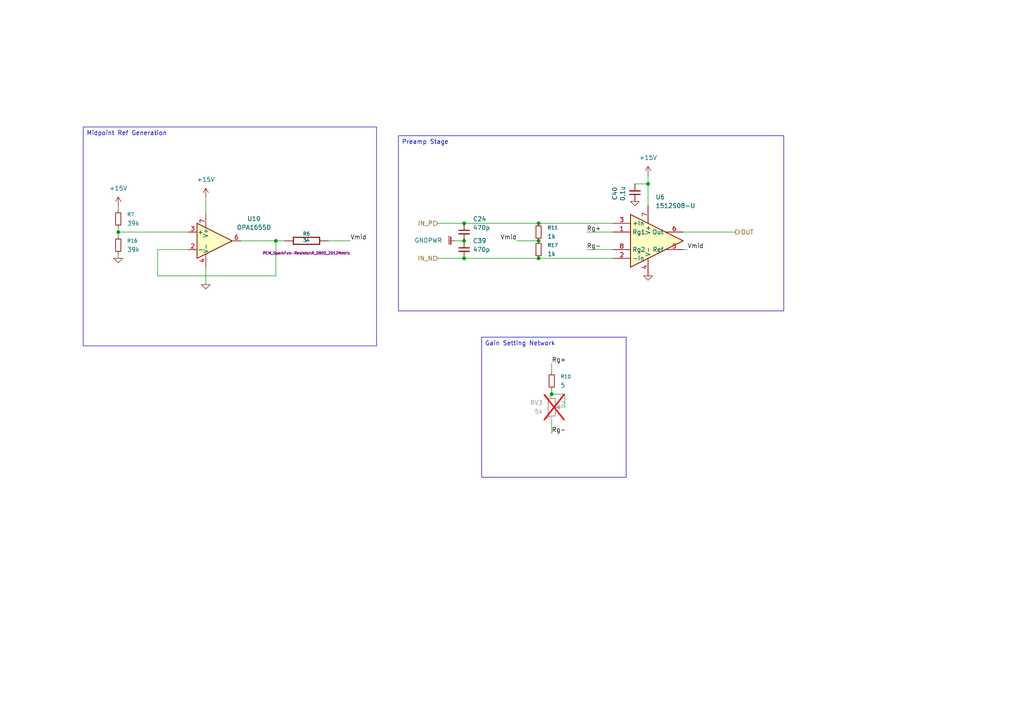
<source format=kicad_sch>
(kicad_sch (version 20250114) (generator "eeschema") (generator_version "9.0")
  (paper "A4")
  (lib_symbols
    (symbol "Amplifier_Audio:THAT151xx08"
      (property "Reference" "U" (at 0 0 0))
      (property "Value" "THAT151xx08" (at 0 0 0))
      (symbol "THAT151xx08_0_1"
        (polyline (pts (xy -5.08 7.62) (xy -5.08 -7.62) (xy 10.16 0) (xy -5.08 7.62)) (stroke (width 0.254)) (fill (type background)))
      )
      (symbol "THAT151xx08_1_1"
        (pin input line (at -10.16 5.08 0) (length 5.08) (name "+In") (number "3"))
        (pin passive line (at -10.16 2.54 0) (length 5.08) (name "Rg1") (number "1"))
        (pin passive line (at -10.16 -2.54 0) (length 5.08) (name "Rg2") (number "8"))
        (pin input line (at -10.16 -5.08 0) (length 5.08) (name "-In") (number "2"))
        (pin power_in line (at 0 10.16 270) (length 5.08) (name "V+") (number "7"))
        (pin power_in line (at 0 -10.16 90) (length 5.08) (name "V-") (number "4"))
        (pin output line (at 10.16 2.54 180) (length 5.08) (name "Out") (number "6"))
        (pin output line (at 10.16 -2.54 180) (length 5.08) (name "Ref") (number "5"))
      )
    )
    (symbol "Amplifier_Operational:OPA1655D" (pin_names (offset 0.127))
      (property "Reference" "U" (at 0 6.35 0))
      (property "Value" "OPA1655D" (at 0 3.81 0))
      (symbol "OPA1655D_0_1"
        (polyline (pts (xy -5.08 5.08) (xy 5.08 0) (xy -5.08 -5.08) (xy -5.08 5.08)) (stroke (width 0.254)) (fill (type background)))
      )
      (symbol "OPA1655D_1_1"
        (pin input line (at -7.62 2.54 0) (length 2.54) (name "+") (number "3"))
        (pin input line (at -7.62 -2.54 0) (length 2.54) (name "-") (number "2"))
        (pin power_in line (at -2.54 7.62 270) (length 3.81) (name "V+") (number "7"))
        (pin no_connect line (at -2.54 2.54 270) (length 2.54) (hide yes) (name "NC") (number "1"))
        (pin power_in line (at -2.54 -7.62 90) (length 3.81) (name "V-") (number "4"))
        (pin no_connect line (at 0 2.54 270) (length 2.54) (hide yes) (name "NC") (number "5"))
        (pin no_connect line (at 0 -2.54 90) (length 2.54) (hide yes) (name "NC") (number "8"))
        (pin output line (at 7.62 0 180) (length 2.54) (name "~") (number "6"))
      )
    )
    (symbol "Device:R_Potentiometer" (pin_names (offset 1.016) (hide yes))
      (property "Reference" "RV" (at -4.445 0 90))
      (property "Value" "R_Potentiometer" (at -2.54 0 90))
      (symbol "R_Potentiometer_0_1"
        (rectangle (start 1.016 2.54) (end -1.016 -2.54) (stroke (width 0.254)))
        (polyline (pts (xy 1.143 0) (xy 2.286 0.508) (xy 2.286 -0.508) (xy 1.143 0)) (fill (type outline)))
        (polyline (pts (xy 2.54 0) (xy 1.524 0)))
      )
      (symbol "R_Potentiometer_1_1"
        (pin passive line (at 0 3.81 270) (length 1.27) (name "1") (number "1"))
        (pin passive line (at 0 -3.81 90) (length 1.27) (name "3") (number "3"))
        (pin passive line (at 3.81 0 180) (length 1.27) (name "2") (number "2"))
      )
    )
    (symbol "Device:R_Small" (pin_numbers (hide yes)) (pin_names (offset 0.254) (hide yes))
      (property "Reference" "R" (at 0 0 90))
      (property "Value" "R_Small" (at 1.778 0 90))
      (symbol "R_Small_0_1"
        (rectangle (start -0.762 1.778) (end 0.762 -1.778) (stroke (width 0.2032)))
      )
      (symbol "R_Small_1_1"
        (pin passive line (at 0 2.54 270) (length 0.762) (name "~") (number "1"))
        (pin passive line (at 0 -2.54 90) (length 0.762) (name "~") (number "2"))
      )
    )
    (symbol "GND_13" (power) (pin_names (offset 0))
      (symbol "GND_13_0_1"
        (polyline (pts (xy -1.27 0) (xy 0 -1.27) (xy 1.27 0) (xy -1.27 0)))
      )
      (symbol "GND_13_1_1"
        (pin power_in line (at 0 0 90) (length 0) (hide yes) (name "GND") (number "1"))
      )
    )
    (symbol "PCM_SparkFun-Capacitor:0.1uF_0603_25V_20%" (pin_numbers (hide yes)) (pin_names (offset 0.254))
      (property "Reference" "C" (at 0.635 2.54 0))
      (property "Value" "0.1uF" (at 0.635 -2.54 0))
      (property "Voltage" "25V" (at 0 -6.35 0))
      (property "Tolerance" "20%" (at 0 -8.89 0))
      (symbol "0.1uF_0603_25V_20%_0_1"
        (polyline (pts (xy -1.524 0.508) (xy 1.524 0.508)) (stroke (width 0.3048)))
        (polyline (pts (xy -1.524 -0.508) (xy 1.524 -0.508)) (stroke (width 0.3302)))
      )
      (symbol "0.1uF_0603_25V_20%_1_1"
        (pin passive line (at 0 2.54 270) (length 2.032) (name "~") (number "1"))
        (pin passive line (at 0 -2.54 90) (length 2.032) (name "~") (number "2"))
      )
    )
    (symbol "PCM_SparkFun-Capacitor:470pF_0603_50V_10%" (pin_numbers (hide yes)) (pin_names (offset 0.254))
      (property "Reference" "C" (at 0.635 2.54 0))
      (property "Value" "470pF" (at 0.635 -2.54 0))
      (property "Voltage" "50V" (at 0 -6.35 0))
      (property "Tolerance" "5%" (at 0 -8.89 0))
      (symbol "470pF_0603_50V_10%_0_1"
        (polyline (pts (xy -1.524 0.508) (xy 1.524 0.508)) (stroke (width 0.3048)))
        (polyline (pts (xy -1.524 -0.508) (xy 1.524 -0.508)) (stroke (width 0.3302)))
      )
      (symbol "470pF_0603_50V_10%_1_1"
        (pin passive line (at 0 2.54 270) (length 2.032) (name "~") (number "1"))
        (pin passive line (at 0 -2.54 90) (length 2.032) (name "~") (number "2"))
      )
    )
    (symbol "R_7" (pin_numbers (hide yes)) (pin_names (offset 0))
      (property "Reference" "R" (at 2.032 0 90))
      (property "Value" "R" (at 0.1778 0.0254 90))
      (symbol "R_7_0_1"
        (rectangle (start -1.016 3.81) (end 1.016 -3.81) (stroke (width 0.3048)))
      )
      (symbol "R_7_1_1"
        (pin passive line (at 0 6.35 270) (length 2.54) (name "~") (number "1"))
        (pin passive line (at 0 -6.35 90) (length 2.54) (name "~") (number "2"))
      )
    )
    (symbol "power:+15V" (power) (pin_numbers (hide yes)) (pin_names (offset 0) (hide yes))
      (property "Value" "+15V" (at 0 3.556 0))
      (symbol "+15V_0_1"
        (polyline (pts (xy -0.762 1.27) (xy 0 2.54)))
        (polyline (pts (xy 0 2.54) (xy 0.762 1.27)))
        (polyline (pts (xy 0 0) (xy 0 2.54)))
      )
      (symbol "+15V_1_1"
        (pin power_in line (at 0 0 90) (length 0) (name "~") (number "1"))
      )
    )
    (symbol "power:GNDPWR" (power) (pin_numbers (hide yes)) (pin_names (offset 0) (hide yes))
      (property "Value" "GNDPWR" (at 0 -3.302 0))
      (symbol "GNDPWR_0_1"
        (polyline (pts (xy -1.016 -1.27) (xy -1.27 -2.032) (xy -1.27 -2.032)) (stroke (width 0.2032)))
        (polyline (pts (xy -0.508 -1.27) (xy -0.762 -2.032) (xy -0.762 -2.032)) (stroke (width 0.2032)))
        (polyline (pts (xy 0 -1.27) (xy 0 0)))
        (polyline (pts (xy 0 -1.27) (xy -0.254 -2.032) (xy -0.254 -2.032)) (stroke (width 0.2032)))
        (polyline (pts (xy 0.508 -1.27) (xy 0.254 -2.032) (xy 0.254 -2.032)) (stroke (width 0.2032)))
        (polyline (pts (xy 1.016 -1.27) (xy -1.016 -1.27) (xy -1.016 -1.27)) (stroke (width 0.2032)))
        (polyline (pts (xy 1.016 -1.27) (xy 0.762 -2.032) (xy 0.762 -2.032) (xy 0.762 -2.032)) (stroke (width 0.2032)))
      )
      (symbol "GNDPWR_1_1"
        (pin power_in line (at 0 0 270) (length 0) (name "~") (number "1"))
      )
    )
  )
  (text_box "Gain Setting Network" (at 139.7 97.79 0) (size 41.91 40.64) (margins 0.9525 0.9525 0.9525 0.9525) (effects (font (size 1.27 1.27)) (justify left top)))
  (text_box "Preamp Stage" (at 115.57 39.37 0) (size 111.76 50.8) (margins 0.9525 0.9525 0.9525 0.9525) (effects (font (size 1.27 1.27)) (justify left top)))
  (text_box "Midpoint Ref Generation" (at 24.13 36.83 0) (size 85.09 63.5) (margins 0.9525 0.9525 0.9525 0.9525) (effects (font (size 1.27 1.27)) (justify left top)))
  (junction (at 80.01 69.85))
  (junction (at 134.62 69.85))
  (junction (at 160.02 114.3))
  (junction (at 156.21 69.85))
  (junction (at 134.62 74.93))
  (junction (at 187.96 53.34))
  (junction (at 34.29 67.31))
  (junction (at 134.62 64.77))
  (junction (at 156.21 74.93))
  (junction (at 156.21 64.77))
  (wire (pts (xy 34.29 66.04) (xy 34.29 67.31)))
  (wire (pts (xy 199.39 72.39) (xy 198.12 72.39)))
  (wire (pts (xy 160.02 105.41) (xy 160.02 107.95)))
  (wire (pts (xy 80.01 80.01) (xy 80.01 69.85)))
  (wire (pts (xy 45.72 72.39) (xy 54.61 72.39)))
  (wire (pts (xy 59.69 77.47) (xy 59.69 82.55)))
  (wire (pts (xy 127 74.93) (xy 134.62 74.93)))
  (wire (pts (xy 34.29 67.31) (xy 34.29 68.58)))
  (wire (pts (xy 149.86 69.85) (xy 156.21 69.85)))
  (wire (pts (xy 132.08 69.85) (xy 134.62 69.85)))
  (wire (pts (xy 127 64.77) (xy 134.62 64.77)))
  (wire (pts (xy 170.18 72.39) (xy 177.8 72.39)))
  (wire (pts (xy 59.69 57.15) (xy 59.69 62.23)))
  (wire (pts (xy 45.72 80.01) (xy 80.01 80.01)))
  (wire (pts (xy 156.21 74.93) (xy 177.8 74.93)))
  (wire (pts (xy 95.25 69.85) (xy 101.6 69.85)))
  (wire (pts (xy 82.55 69.85) (xy 80.01 69.85)))
  (wire (pts (xy 34.29 59.69) (xy 34.29 60.96)))
  (wire (pts (xy 156.21 64.77) (xy 177.8 64.77)))
  (wire (pts (xy 34.29 73.66) (xy 34.29 74.93)))
  (wire (pts (xy 34.29 67.31) (xy 54.61 67.31)))
  (wire (pts (xy 187.96 53.34) (xy 187.96 59.69)))
  (wire (pts (xy 184.15 53.34) (xy 187.96 53.34)))
  (wire (pts (xy 160.02 121.92) (xy 160.02 125.73)))
  (wire (pts (xy 187.96 50.8) (xy 187.96 53.34)))
  (wire (pts (xy 134.62 74.93) (xy 156.21 74.93)))
  (wire (pts (xy 134.62 64.77) (xy 156.21 64.77)))
  (wire (pts (xy 45.72 72.39) (xy 45.72 80.01)))
  (wire (pts (xy 163.83 114.3) (xy 160.02 114.3)))
  (wire (pts (xy 160.02 113.03) (xy 160.02 114.3)))
  (wire (pts (xy 163.83 118.11) (xy 163.83 114.3)))
  (wire (pts (xy 170.18 67.31) (xy 177.8 67.31)))
  (wire (pts (xy 198.12 67.31) (xy 213.36 67.31)))
  (wire (pts (xy 69.85 69.85) (xy 80.01 69.85)))
  (label "Vmid" (at 149.86 69.85 180))
  (label "Rg+" (at 170.18 67.31 0))
  (label "Vmid" (at 199.39 72.39 0))
  (label "Rg-" (at 160.02 125.73 0))
  (label "Rg-" (at 170.18 72.39 0))
  (label "Rg+" (at 160.02 105.41 0))
  (label "Vmid" (at 101.6 69.85 0))
  (hierarchical_label "OUT" (shape output) (at 213.36 67.31 0))
  (hierarchical_label "IN_P" (shape input) (at 127 64.77 180))
  (hierarchical_label "IN_N" (shape input) (at 127 74.93 180))
  (symbol (lib_name "R_7") (lib_id "SuperAudioBoard-rescue:R") (at 88.9 69.85 90) (unit 1)
    (property "Reference" "R6" (at 88.9 67.818 90) (effects (font (size 1.016 1.016))))
    (property "Value" "34" (at 88.8746 69.6722 90) (effects (font (size 1.016 1.016))))
    (property "Footprint" "PCM_SparkFun-Resistor:R_0805_2012Metric" (at 88.9 73.406 90) (effects (font (size 0.762 0.762))))
    (property "Datasheet" "~" (at 88.9 69.85 0) (effects (font (size 0.762 0.762))))
    (property "MFG 1 Name" "Yageo" (effects (hide yes)))
    (property "MFG1 PN" "RC0805JR-0710RL" (effects (hide yes)))
    (property "MFG 2 Name" "Vishay Dale" (effects (hide yes)))
    (property "MFG 2 PN" "CRCW080510R0JNEA" (effects (hide yes)))
    (property "MFG 3 Name" "Panasonic" (effects (hide yes)))
    (property "MFG 3 PN" "ERJ-6GEYJ100V" (effects (hide yes)))
    (property "MPN" "CRCW080534R0FKEA" (effects (hide yes)))
  )
  (symbol (lib_id "Device:R_Small") (at 34.29 71.12 180) (unit 1)
    (property "Reference" "R16" (at 36.83 69.8499 0) (effects (font (size 1.016 1.016)) (justify right)))
    (property "Value" "39k" (at 36.83 72.3899 0) (effects (justify right)))
    (property "Footprint" "PCM_SparkFun-Resistor:R_0805_2012Metric" (effects (hide yes)))
    (property "Description" "Resistor, small symbol" (effects (hide yes)))
    (property "MPN" "ERA-6AEB3922V" (effects (hide yes)))
  )
  (symbol (lib_id "Device:R_Small") (at 156.21 67.31 0) (unit 1)
    (property "Reference" "R11" (at 158.75 66.0399 0) (effects (font (size 1.016 1.016)) (justify left)))
    (property "Value" "1k" (at 158.75 68.5799 0) (effects (justify left)))
    (property "Footprint" "PCM_SparkFun-Resistor:R_0805_2012Metric" (effects (hide yes)))
    (property "Description" "Resistor, small symbol" (effects (hide yes)))
    (property "MPN" "ERA-6AEB102V" (effects (hide yes)))
  )
  (symbol (lib_id "power:GNDPWR") (at 132.08 69.85 270) (unit 1)
    (property "Reference" "#PWR044" (effects (hide yes)))
    (property "Value" "GNDPWR" (at 128.27 69.7229 90) (effects (justify right)))
    (property "Description" "Power symbol creates a global label with name \"GNDPWR\" , global ground" (effects (hide yes)))
  )
  (symbol (lib_id "power:+15V") (at 187.96 50.8 0) (unit 1)
    (property "Reference" "#PWR023" (effects (hide yes)))
    (property "Value" "+15V" (at 187.96 45.72 0))
    (property "Description" "Power symbol creates a global label with name \"+15V\"" (effects (hide yes)))
  )
  (symbol (lib_id "Device:R_Small") (at 34.29 63.5 180) (unit 1)
    (property "Reference" "R7" (at 36.83 62.2299 0) (effects (font (size 1.016 1.016)) (justify right)))
    (property "Value" "39k" (at 36.83 64.7699 0) (effects (justify right)))
    (property "Footprint" "PCM_SparkFun-Resistor:R_0805_2012Metric" (effects (hide yes)))
    (property "Description" "Resistor, small symbol" (effects (hide yes)))
    (property "MPN" "ERA-6AEB3922V" (effects (hide yes)))
  )
  (symbol (lib_id "power:+15V") (at 34.29 59.69 0) (unit 1)
    (property "Reference" "#PWR040" (effects (hide yes)))
    (property "Value" "+15V" (at 34.29 54.61 0))
    (property "Description" "Power symbol creates a global label with name \"+15V\"" (effects (hide yes)))
  )
  (symbol (lib_id "PCM_SparkFun-Capacitor:0.1uF_0603_25V_20%") (at 184.15 55.88 180) (unit 1)
    (property "Reference" "C40" (at 178.308 56.1403 90))
    (property "Value" "0.1u" (at 180.594 56.134 90))
    (property "Footprint" "PCM_SparkFun-Capacitor:C_0603_1608Metric" (effects (hide yes)))
    (property "Datasheet" "https://cdn.sparkfun.com/assets/8/a/4/a/5/Kemet_Capacitor_Datasheet.pdf" (effects (hide yes)))
    (property "Description" "Unpolarized capacitor" (effects (hide yes)))
    (property "PROD_ID" "CAP-00810" (effects (hide yes)))
    (property "Voltage" "25V" (effects (hide yes)))
    (property "Tolerance" "20%" (effects (hide yes)))
    (property "MPN" "CL10B104KB8NNNL" (effects (hide yes)))
  )
  (symbol (lib_name "GND_13") (lib_id "SuperAudioBoard-rescue:GND") (at 34.29 74.93 0) (unit 1)
    (property "Reference" "#PWR039" (effects (hide yes)))
    (property "Value" "GND" (effects (hide yes)))
  )
  (symbol (lib_id "Device:R_Small") (at 156.21 72.39 180) (unit 1)
    (property "Reference" "R17" (at 158.75 71.1199 0) (effects (font (size 1.016 1.016)) (justify right)))
    (property "Value" "1k" (at 158.75 73.6599 0) (effects (justify right)))
    (property "Footprint" "PCM_SparkFun-Resistor:R_0805_2012Metric" (effects (hide yes)))
    (property "Description" "Resistor, small symbol" (effects (hide yes)))
    (property "MPN" "ERA-6AEB102V" (effects (hide yes)))
  )
  (symbol (lib_id "Device:R_Potentiometer") (at 160.02 118.11 0) (unit 1) (dnp yes)
    (property "Reference" "RV3" (at 157.48 116.8399 0) (effects (justify right)))
    (property "Value" "5k" (at 157.48 119.3799 0) (effects (justify right)))
    (property "Footprint" "Potentiometer_THT:Potentiometer_Alps_RK163_Single_Horizontal" (effects (hide yes)))
    (property "Description" "Potentiometer" (effects (hide yes)))
    (property "MPN" "RV16AF-10-15K-C5K-3LA " (effects (hide yes)))
  )
  (symbol (lib_id "Amplifier_Operational:OPA1655D") (at 62.23 69.85 0) (unit 1)
    (property "Reference" "U10" (at 73.66 63.4298 0))
    (property "Value" "OPA1655D" (at 73.66 65.9698 0))
    (property "Footprint" "Package_SO:SOIC-8_3.9x4.9mm_P1.27mm" (effects (hide yes)))
    (property "Datasheet" "https://www.ti.com/lit/ds/symlink/opa1655.pdf" (effects (hide yes)))
    (property "Description" "Single Ultra-Low-Noise, Low-Distortion, FET-Input, Burr-Brown Audio Operational Amplifiers, SOIC-8" (effects (hide yes)))
    (property "Sim.Library" "/home/sam-shersher/SuperAudioBoard/KiCADFiles/Board/Models/OPA1655.LIB" (effects (hide yes)))
    (property "Sim.Name" "OPA1655" (effects (hide yes)))
    (property "Sim.Device" "SUBCKT" (effects (hide yes)))
    (property "Sim.Pins" "2=IN- 3=IN+ 7=VCC 6=OUT 4=VEE" (effects (hide yes)))
    (property "MPN" "OPA1655D" (effects (hide yes)))
  )
  (symbol (lib_name "GND_13") (lib_id "SuperAudioBoard-rescue:GND") (at 187.96 80.01 0) (unit 1)
    (property "Reference" "#PWR024" (effects (hide yes)))
    (property "Value" "GND" (effects (hide yes)))
  )
  (symbol (lib_id "PCM_SparkFun-Capacitor:470pF_0603_50V_10%") (at 134.62 67.31 0) (unit 1)
    (property "Reference" "C24" (at 137.16 63.5062 0) (effects (justify left)))
    (property "Value" "470p" (at 137.16 66.0462 0) (effects (justify left)))
    (property "Footprint" "PCM_SparkFun-Capacitor:C_0603_1608Metric" (effects (hide yes)))
    (property "Datasheet" "https://cdn.sparkfun.com/assets/8/a/4/a/5/Kemet_Capacitor_Datasheet.pdf" (effects (hide yes)))
    (property "Description" "Unpolarized capacitor" (effects (hide yes)))
    (property "PROD_ID" "CAP-07884" (effects (hide yes)))
    (property "Voltage" "50V" (effects (hide yes)))
    (property "Tolerance" "5%" (effects (hide yes)))
    (property "MPN" "C0603C471J5GACTU" (effects (hide yes)))
  )
  (symbol (lib_name "GND_13") (lib_id "SuperAudioBoard-rescue:GND") (at 59.69 82.55 0) (unit 1)
    (property "Reference" "#PWR042" (effects (hide yes)))
    (property "Value" "GND" (effects (hide yes)))
  )
  (symbol (lib_id "Device:R_Small") (at 160.02 110.49 0) (unit 1)
    (property "Reference" "R10" (at 162.56 109.2199 0) (effects (font (size 1.016 1.016)) (justify left)))
    (property "Value" "5" (at 162.56 111.7599 0) (effects (justify left)))
    (property "Footprint" "PCM_SparkFun-Resistor:R_0805_2012Metric" (effects (hide yes)))
    (property "Description" "Resistor, small symbol" (effects (hide yes)))
    (property "MPN" "RC0805FR-074R7L" (effects (hide yes)))
  )
  (symbol (lib_id "Amplifier_Audio:THAT151xx08") (at 187.96 69.85 0) (unit 1)
    (property "Reference" "U6" (at 190.1033 57.15 0) (effects (justify left)))
    (property "Value" "1512S08-U" (at 190.1033 59.69 0) (effects (justify left)))
    (property "Footprint" "Package_SO:SOIC-8_5.3x5.3mm_P1.27mm" (effects (hide yes)))
    (property "Datasheet" "https://www.thatcorp.com/datashts/THAT_1510-1512_Datasheet.pdf" (effects (hide yes)))
    (property "Description" "Low-Noise, High Performance Audio Preamplifier IC" (effects (hide yes)))
    (property "MPN" "1512S08-U" (effects (hide yes)))
  )
  (symbol (lib_id "power:+15V") (at 59.69 57.15 0) (unit 1)
    (property "Reference" "#PWR043" (effects (hide yes)))
    (property "Value" "+15V" (at 59.69 52.07 0))
    (property "Description" "Power symbol creates a global label with name \"+15V\"" (effects (hide yes)))
  )
  (symbol (lib_id "PCM_SparkFun-Capacitor:470pF_0603_50V_10%") (at 134.62 72.39 0) (unit 1)
    (property "Reference" "C39" (at 137.16 69.8562 0) (effects (justify left)))
    (property "Value" "470p" (at 137.16 72.3962 0) (effects (justify left)))
    (property "Footprint" "PCM_SparkFun-Capacitor:C_0603_1608Metric" (effects (hide yes)))
    (property "Datasheet" "https://cdn.sparkfun.com/assets/8/a/4/a/5/Kemet_Capacitor_Datasheet.pdf" (effects (hide yes)))
    (property "Description" "Unpolarized capacitor" (effects (hide yes)))
    (property "PROD_ID" "CAP-07884" (effects (hide yes)))
    (property "Voltage" "50V" (effects (hide yes)))
    (property "Tolerance" "5%" (effects (hide yes)))
    (property "MPN" "C0603C471J5GACTU" (effects (hide yes)))
  )
  (symbol (lib_name "GND_13") (lib_id "SuperAudioBoard-rescue:GND") (at 184.15 58.42 0) (unit 1)
    (property "Reference" "#PWR045" (effects (hide yes)))
    (property "Value" "GND" (effects (hide yes)))
  )
)
</source>
